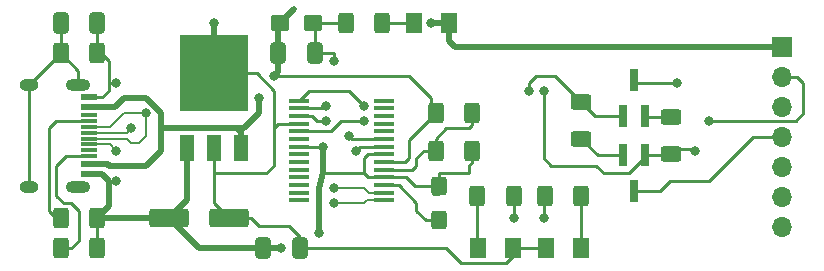
<source format=gbr>
%TF.GenerationSoftware,KiCad,Pcbnew,(6.0.8)*%
%TF.CreationDate,2022-11-25T19:56:47+01:00*%
%TF.ProjectId,esp32-cy7c65213-programmer,65737033-322d-4637-9937-633635323133,rev?*%
%TF.SameCoordinates,Original*%
%TF.FileFunction,Copper,L1,Top*%
%TF.FilePolarity,Positive*%
%FSLAX46Y46*%
G04 Gerber Fmt 4.6, Leading zero omitted, Abs format (unit mm)*
G04 Created by KiCad (PCBNEW (6.0.8)) date 2022-11-25 19:56:47*
%MOMM*%
%LPD*%
G01*
G04 APERTURE LIST*
G04 Aperture macros list*
%AMRoundRect*
0 Rectangle with rounded corners*
0 $1 Rounding radius*
0 $2 $3 $4 $5 $6 $7 $8 $9 X,Y pos of 4 corners*
0 Add a 4 corners polygon primitive as box body*
4,1,4,$2,$3,$4,$5,$6,$7,$8,$9,$2,$3,0*
0 Add four circle primitives for the rounded corners*
1,1,$1+$1,$2,$3*
1,1,$1+$1,$4,$5*
1,1,$1+$1,$6,$7*
1,1,$1+$1,$8,$9*
0 Add four rect primitives between the rounded corners*
20,1,$1+$1,$2,$3,$4,$5,0*
20,1,$1+$1,$4,$5,$6,$7,0*
20,1,$1+$1,$6,$7,$8,$9,0*
20,1,$1+$1,$8,$9,$2,$3,0*%
G04 Aperture macros list end*
%TA.AperFunction,SMDPad,CuDef*%
%ADD10RoundRect,0.250000X0.412500X0.650000X-0.412500X0.650000X-0.412500X-0.650000X0.412500X-0.650000X0*%
%TD*%
%TA.AperFunction,SMDPad,CuDef*%
%ADD11R,0.800000X1.900000*%
%TD*%
%TA.AperFunction,ComponentPad*%
%ADD12R,1.700000X1.700000*%
%TD*%
%TA.AperFunction,ComponentPad*%
%ADD13O,1.700000X1.700000*%
%TD*%
%TA.AperFunction,SMDPad,CuDef*%
%ADD14R,1.200000X2.200000*%
%TD*%
%TA.AperFunction,SMDPad,CuDef*%
%ADD15R,5.800000X6.400000*%
%TD*%
%TA.AperFunction,SMDPad,CuDef*%
%ADD16RoundRect,0.250000X1.412500X0.550000X-1.412500X0.550000X-1.412500X-0.550000X1.412500X-0.550000X0*%
%TD*%
%TA.AperFunction,SMDPad,CuDef*%
%ADD17RoundRect,0.250000X-0.537500X-0.425000X0.537500X-0.425000X0.537500X0.425000X-0.537500X0.425000X0*%
%TD*%
%TA.AperFunction,SMDPad,CuDef*%
%ADD18RoundRect,0.250000X-0.400000X-0.625000X0.400000X-0.625000X0.400000X0.625000X-0.400000X0.625000X0*%
%TD*%
%TA.AperFunction,SMDPad,CuDef*%
%ADD19RoundRect,0.250000X-0.412500X-0.650000X0.412500X-0.650000X0.412500X0.650000X-0.412500X0.650000X0*%
%TD*%
%TA.AperFunction,SMDPad,CuDef*%
%ADD20RoundRect,0.250000X0.400000X0.625000X-0.400000X0.625000X-0.400000X-0.625000X0.400000X-0.625000X0*%
%TD*%
%TA.AperFunction,SMDPad,CuDef*%
%ADD21R,1.450000X0.600000*%
%TD*%
%TA.AperFunction,SMDPad,CuDef*%
%ADD22R,1.450000X0.300000*%
%TD*%
%TA.AperFunction,ComponentPad*%
%ADD23O,2.100000X1.000000*%
%TD*%
%TA.AperFunction,ComponentPad*%
%ADD24O,1.600000X1.000000*%
%TD*%
%TA.AperFunction,SMDPad,CuDef*%
%ADD25RoundRect,0.250001X0.462499X0.624999X-0.462499X0.624999X-0.462499X-0.624999X0.462499X-0.624999X0*%
%TD*%
%TA.AperFunction,SMDPad,CuDef*%
%ADD26RoundRect,0.250000X0.625000X-0.400000X0.625000X0.400000X-0.625000X0.400000X-0.625000X-0.400000X0*%
%TD*%
%TA.AperFunction,SMDPad,CuDef*%
%ADD27RoundRect,0.250000X0.425000X-0.537500X0.425000X0.537500X-0.425000X0.537500X-0.425000X-0.537500X0*%
%TD*%
%TA.AperFunction,SMDPad,CuDef*%
%ADD28RoundRect,0.250001X-0.462499X-0.624999X0.462499X-0.624999X0.462499X0.624999X-0.462499X0.624999X0*%
%TD*%
%TA.AperFunction,SMDPad,CuDef*%
%ADD29R,1.750000X0.450000*%
%TD*%
%TA.AperFunction,SMDPad,CuDef*%
%ADD30RoundRect,0.250000X-0.625000X0.400000X-0.625000X-0.400000X0.625000X-0.400000X0.625000X0.400000X0*%
%TD*%
%TA.AperFunction,ViaPad*%
%ADD31C,0.800000*%
%TD*%
%TA.AperFunction,Conductor*%
%ADD32C,0.250000*%
%TD*%
%TA.AperFunction,Conductor*%
%ADD33C,0.500000*%
%TD*%
%TA.AperFunction,Conductor*%
%ADD34C,0.200000*%
%TD*%
G04 APERTURE END LIST*
D10*
%TO.P,C4,1*%
%TO.N,+3.3V*%
X115862500Y-118110000D03*
%TO.P,C4,2*%
%TO.N,GND*%
X112737500Y-118110000D03*
%TD*%
D11*
%TO.P,Q2,1,E*%
%TO.N,DTR*%
X145095000Y-110260000D03*
%TO.P,Q2,2,B*%
%TO.N,Net-(R10-Pad2)*%
X143195000Y-110260000D03*
%TO.P,Q2,3,C*%
%TO.N,BOOT*%
X144145000Y-113260000D03*
%TD*%
D12*
%TO.P,J2,1,Pin_1*%
%TO.N,+3.3V*%
X156661000Y-101087000D03*
D13*
%TO.P,J2,2,Pin_2*%
%TO.N,RXD*%
X156661000Y-103627000D03*
%TO.P,J2,3,Pin_3*%
%TO.N,TXD*%
X156661000Y-106167000D03*
%TO.P,J2,4,Pin_4*%
%TO.N,BOOT*%
X156661000Y-108707000D03*
%TO.P,J2,5,Pin_5*%
%TO.N,EN*%
X156661000Y-111247000D03*
%TO.P,J2,6,Pin_6*%
%TO.N,VBUS*%
X156661000Y-113787000D03*
%TO.P,J2,7,Pin_7*%
%TO.N,GND*%
X156661000Y-116327000D03*
%TD*%
D14*
%TO.P,U1,1,GND*%
%TO.N,GND*%
X106305000Y-109610000D03*
%TO.P,U1,2,VO*%
%TO.N,+3.3V*%
X108585000Y-109610000D03*
D15*
X108585000Y-103310000D03*
D14*
%TO.P,U1,3,VI*%
%TO.N,VBUS*%
X110865000Y-109610000D03*
%TD*%
D16*
%TO.P,C5,1*%
%TO.N,+3.3V*%
X109852500Y-115570000D03*
%TO.P,C5,2*%
%TO.N,GND*%
X104777500Y-115570000D03*
%TD*%
D17*
%TO.P,C3,1*%
%TO.N,VBUS*%
X114132500Y-99060000D03*
%TO.P,C3,2*%
%TO.N,GND*%
X117007500Y-99060000D03*
%TD*%
D18*
%TO.P,R4,1*%
%TO.N,VBUS*%
X127355000Y-106680000D03*
%TO.P,R4,2*%
%TO.N,Net-(R4-Pad2)*%
X130455000Y-106680000D03*
%TD*%
D19*
%TO.P,C2,1*%
%TO.N,VBUS*%
X114007500Y-101600000D03*
%TO.P,C2,2*%
%TO.N,GND*%
X117132500Y-101600000D03*
%TD*%
D18*
%TO.P,R5,1*%
%TO.N,Net-(R4-Pad2)*%
X127355000Y-109855000D03*
%TO.P,R5,2*%
%TO.N,GND*%
X130455000Y-109855000D03*
%TD*%
D20*
%TO.P,R8,1*%
%TO.N,Net-(D3-Pad1)*%
X122835000Y-99060000D03*
%TO.P,R8,2*%
%TO.N,GND*%
X119735000Y-99060000D03*
%TD*%
D18*
%TO.P,R1,1*%
%TO.N,Net-(C1-Pad1)*%
X95605000Y-101600000D03*
%TO.P,R1,2*%
%TO.N,GND*%
X98705000Y-101600000D03*
%TD*%
%TO.P,R6,1*%
%TO.N,Net-(R6-Pad1)*%
X136600000Y-113665000D03*
%TO.P,R6,2*%
%TO.N,Net-(D1-Pad1)*%
X139700000Y-113665000D03*
%TD*%
D11*
%TO.P,Q1,1,E*%
%TO.N,RTS*%
X143195000Y-106910000D03*
%TO.P,Q1,2,B*%
%TO.N,Net-(Q1-Pad2)*%
X145095000Y-106910000D03*
%TO.P,Q1,3,C*%
%TO.N,EN*%
X144145000Y-103910000D03*
%TD*%
D20*
%TO.P,R7,1*%
%TO.N,Net-(R7-Pad1)*%
X133985000Y-113665000D03*
%TO.P,R7,2*%
%TO.N,Net-(D2-Pad1)*%
X130885000Y-113665000D03*
%TD*%
D18*
%TO.P,R3,1*%
%TO.N,Net-(J1-PadA5)*%
X95605000Y-115570000D03*
%TO.P,R3,2*%
%TO.N,GND*%
X98705000Y-115570000D03*
%TD*%
D21*
%TO.P,J1,A1,GND*%
%TO.N,GND*%
X98025000Y-105335000D03*
%TO.P,J1,A4,VBUS*%
%TO.N,VBUS*%
X98025000Y-106135000D03*
D22*
%TO.P,J1,A5,CC1*%
%TO.N,Net-(J1-PadA5)*%
X98025000Y-107335000D03*
%TO.P,J1,A6,D+*%
%TO.N,D+*%
X98025000Y-108335000D03*
%TO.P,J1,A7,D-*%
%TO.N,D-*%
X98025000Y-108835000D03*
%TO.P,J1,A8,SBU1*%
%TO.N,unconnected-(J1-PadA8)*%
X98025000Y-109835000D03*
D21*
%TO.P,J1,A9,VBUS*%
%TO.N,VBUS*%
X98025000Y-111035000D03*
%TO.P,J1,A12,GND*%
%TO.N,GND*%
X98025000Y-111835000D03*
%TO.P,J1,B1,GND*%
X98025000Y-111835000D03*
%TO.P,J1,B4,VBUS*%
%TO.N,VBUS*%
X98025000Y-111035000D03*
D22*
%TO.P,J1,B5,CC2*%
%TO.N,Net-(J1-PadB5)*%
X98025000Y-110335000D03*
%TO.P,J1,B6,D+*%
%TO.N,D+*%
X98025000Y-109335000D03*
%TO.P,J1,B7,D-*%
%TO.N,D-*%
X98025000Y-107835000D03*
%TO.P,J1,B8,SBU2*%
%TO.N,unconnected-(J1-PadB8)*%
X98025000Y-106835000D03*
D21*
%TO.P,J1,B9,VBUS*%
%TO.N,VBUS*%
X98025000Y-106135000D03*
%TO.P,J1,B12,GND*%
%TO.N,GND*%
X98025000Y-105335000D03*
D23*
%TO.P,J1,S1,SHIELD*%
%TO.N,Net-(C1-Pad1)*%
X97110000Y-112905000D03*
D24*
X92930000Y-112905000D03*
X92930000Y-104265000D03*
D23*
X97110000Y-104265000D03*
%TD*%
D25*
%TO.P,D1,1,K*%
%TO.N,Net-(D1-Pad1)*%
X139637500Y-118110000D03*
%TO.P,D1,2,A*%
%TO.N,+3.3V*%
X136662500Y-118110000D03*
%TD*%
D18*
%TO.P,R2,1*%
%TO.N,Net-(J1-PadB5)*%
X95605000Y-118110000D03*
%TO.P,R2,2*%
%TO.N,GND*%
X98705000Y-118110000D03*
%TD*%
D19*
%TO.P,C1,1*%
%TO.N,Net-(C1-Pad1)*%
X95592500Y-99060000D03*
%TO.P,C1,2*%
%TO.N,GND*%
X98717500Y-99060000D03*
%TD*%
D26*
%TO.P,R9,1*%
%TO.N,DTR*%
X147320000Y-110135000D03*
%TO.P,R9,2*%
%TO.N,Net-(Q1-Pad2)*%
X147320000Y-107035000D03*
%TD*%
D27*
%TO.P,C6,1*%
%TO.N,Net-(C6-Pad1)*%
X127635000Y-115737500D03*
%TO.P,C6,2*%
%TO.N,GND*%
X127635000Y-112862500D03*
%TD*%
D28*
%TO.P,D2,1,K*%
%TO.N,Net-(D2-Pad1)*%
X130947500Y-118110000D03*
%TO.P,D2,2,A*%
%TO.N,+3.3V*%
X133922500Y-118110000D03*
%TD*%
D29*
%TO.P,U2,1,TXD*%
%TO.N,TXD*%
X115780000Y-105630000D03*
%TO.P,U2,2,DTR*%
%TO.N,DTR*%
X115780000Y-106280000D03*
%TO.P,U2,3,RTS*%
%TO.N,RTS*%
X115780000Y-106930000D03*
%TO.P,U2,4,VCCIO*%
%TO.N,+3.3V*%
X115780000Y-107580000D03*
%TO.P,U2,5,RXD*%
%TO.N,RXD*%
X115780000Y-108230000D03*
%TO.P,U2,6,RI*%
%TO.N,unconnected-(U2-Pad6)*%
X115780000Y-108880000D03*
%TO.P,U2,7,GND*%
%TO.N,GND*%
X115780000Y-109530000D03*
%TO.P,U2,8,GPIO5*%
%TO.N,unconnected-(U2-Pad8)*%
X115780000Y-110180000D03*
%TO.P,U2,9,DSR*%
%TO.N,unconnected-(U2-Pad9)*%
X115780000Y-110830000D03*
%TO.P,U2,10,DCD*%
%TO.N,unconnected-(U2-Pad10)*%
X115780000Y-111480000D03*
%TO.P,U2,11,CTS*%
%TO.N,unconnected-(U2-Pad11)*%
X115780000Y-112130000D03*
%TO.P,U2,12,GPIO4*%
%TO.N,unconnected-(U2-Pad12)*%
X115780000Y-112780000D03*
%TO.P,U2,13,GPIO2*%
%TO.N,unconnected-(U2-Pad13)*%
X115780000Y-113430000D03*
%TO.P,U2,14,GPIO3*%
%TO.N,unconnected-(U2-Pad14)*%
X115780000Y-114080000D03*
%TO.P,U2,15,USBDP*%
%TO.N,D+*%
X122980000Y-114080000D03*
%TO.P,U2,16,USBDM*%
%TO.N,D-*%
X122980000Y-113430000D03*
%TO.P,U2,17,VCCD*%
%TO.N,Net-(C6-Pad1)*%
X122980000Y-112780000D03*
%TO.P,U2,18,GND*%
%TO.N,GND*%
X122980000Y-112130000D03*
%TO.P,U2,19,~{RESET}*%
%TO.N,Net-(R4-Pad2)*%
X122980000Y-111480000D03*
%TO.P,U2,20,VCC*%
%TO.N,VBUS*%
X122980000Y-110830000D03*
%TO.P,U2,21,GND*%
%TO.N,GND*%
X122980000Y-110180000D03*
%TO.P,U2,22,GPIO1*%
%TO.N,Net-(R6-Pad1)*%
X122980000Y-109530000D03*
%TO.P,U2,23,GPIO0*%
%TO.N,Net-(R7-Pad1)*%
X122980000Y-108880000D03*
%TO.P,U2,24,NC*%
%TO.N,unconnected-(U2-Pad24)*%
X122980000Y-108230000D03*
%TO.P,U2,25,NC*%
%TO.N,unconnected-(U2-Pad25)*%
X122980000Y-107580000D03*
%TO.P,U2,26,DNU*%
%TO.N,unconnected-(U2-Pad26)*%
X122980000Y-106930000D03*
%TO.P,U2,27,GPIO6*%
%TO.N,unconnected-(U2-Pad27)*%
X122980000Y-106280000D03*
%TO.P,U2,28,GPIO7*%
%TO.N,unconnected-(U2-Pad28)*%
X122980000Y-105630000D03*
%TD*%
D28*
%TO.P,D3,1,K*%
%TO.N,Net-(D3-Pad1)*%
X125512500Y-99060000D03*
%TO.P,D3,2,A*%
%TO.N,+3.3V*%
X128487500Y-99060000D03*
%TD*%
D30*
%TO.P,R10,1*%
%TO.N,RTS*%
X139700000Y-105765000D03*
%TO.P,R10,2*%
%TO.N,Net-(R10-Pad2)*%
X139700000Y-108865000D03*
%TD*%
D31*
%TO.N,GND*%
X100330000Y-112395000D03*
X118745000Y-102235000D03*
X114300000Y-118110000D03*
X100330000Y-104140000D03*
X117475000Y-116840000D03*
X117785000Y-109530000D03*
%TO.N,VBUS*%
X112395000Y-105410000D03*
X113665000Y-103505000D03*
%TO.N,+3.3V*%
X108585000Y-99060000D03*
X127000000Y-99060000D03*
%TO.N,D+*%
X100330000Y-109855000D03*
X118745000Y-114300000D03*
X101600000Y-107950000D03*
%TO.N,D-*%
X118745000Y-113030000D03*
X102870000Y-106680000D03*
%TO.N,RXD*%
X150495000Y-107325000D03*
X121285000Y-107315000D03*
%TO.N,EN*%
X147828000Y-104140000D03*
%TO.N,TXD*%
X121285000Y-106045000D03*
%TO.N,RTS*%
X118110000Y-107315000D03*
X135255000Y-104775000D03*
%TO.N,DTR*%
X118110000Y-106045000D03*
X149352000Y-109855000D03*
X136525000Y-104775000D03*
%TO.N,Net-(R6-Pad1)*%
X120650000Y-109855000D03*
X136525000Y-115570000D03*
%TO.N,Net-(R7-Pad1)*%
X120015000Y-108585000D03*
X133985000Y-115570000D03*
%TD*%
D32*
%TO.N,BOOT*%
X144145000Y-113260000D02*
X146365000Y-113260000D01*
X146365000Y-113260000D02*
X147230000Y-112395000D01*
%TO.N,DTR*%
X136525000Y-104775000D02*
X136525000Y-110490000D01*
X136525000Y-110490000D02*
X137160000Y-111125000D01*
X145095000Y-110429000D02*
X145095000Y-110260000D01*
X137160000Y-111125000D02*
X140970000Y-111125000D01*
X140970000Y-111125000D02*
X141605000Y-111760000D01*
X141605000Y-111760000D02*
X143764000Y-111760000D01*
X143764000Y-111760000D02*
X145095000Y-110429000D01*
X145095000Y-110260000D02*
X147195000Y-110260000D01*
X147195000Y-110260000D02*
X147320000Y-110135000D01*
%TO.N,Net-(C1-Pad1)*%
X95605000Y-101600000D02*
X95595000Y-101600000D01*
X95605000Y-101600000D02*
X97110000Y-103105000D01*
X95592500Y-99060000D02*
X95592500Y-101587500D01*
X97110000Y-112905000D02*
X97110000Y-112985000D01*
X95595000Y-101600000D02*
X92930000Y-104265000D01*
X97110000Y-103105000D02*
X97110000Y-104265000D01*
X97110000Y-112985000D02*
X97155000Y-113030000D01*
X95592500Y-101587500D02*
X95605000Y-101600000D01*
X92930000Y-112905000D02*
X92930000Y-104265000D01*
%TO.N,GND*%
X99695000Y-104775000D02*
X99695000Y-102235000D01*
D33*
X104777500Y-115570000D02*
X106305000Y-114042500D01*
D32*
X119735000Y-99060000D02*
X117007500Y-99060000D01*
X130175000Y-111760000D02*
X127635000Y-111760000D01*
X121285000Y-110490000D02*
X121595000Y-110180000D01*
D33*
X99695000Y-114580000D02*
X99695000Y-112395000D01*
D32*
X118745000Y-101600000D02*
X117132500Y-101600000D01*
X127635000Y-111760000D02*
X127635000Y-112862500D01*
X127635000Y-113497500D02*
X127635000Y-112395000D01*
X127635000Y-113497500D02*
X127167500Y-113497500D01*
D33*
X117475000Y-113030000D02*
X117856000Y-111760000D01*
D32*
X125562500Y-112862500D02*
X127635000Y-112862500D01*
X99135000Y-105335000D02*
X99695000Y-104775000D01*
D33*
X106305000Y-114042500D02*
X106305000Y-109610000D01*
D32*
X99060000Y-101600000D02*
X98705000Y-101600000D01*
X130455000Y-110845000D02*
X130455000Y-109855000D01*
X117132500Y-101600000D02*
X117132500Y-99185000D01*
X117132500Y-99185000D02*
X117007500Y-99060000D01*
D33*
X98025000Y-111835000D02*
X99135000Y-111835000D01*
D32*
X99695000Y-102235000D02*
X99060000Y-101600000D01*
D33*
X99135000Y-111835000D02*
X99695000Y-112395000D01*
D32*
X118745000Y-102235000D02*
X118745000Y-101600000D01*
X130175000Y-111125000D02*
X130175000Y-111760000D01*
D33*
X117856000Y-111760000D02*
X117856000Y-109601000D01*
D32*
X122980000Y-112130000D02*
X121655000Y-112130000D01*
X124830000Y-112130000D02*
X122980000Y-112130000D01*
X121595000Y-110180000D02*
X122980000Y-110180000D01*
X98705000Y-99072500D02*
X98717500Y-99060000D01*
X121655000Y-112130000D02*
X121285000Y-111760000D01*
D33*
X107317500Y-118110000D02*
X104777500Y-115570000D01*
X98705000Y-115570000D02*
X99695000Y-114580000D01*
D32*
X98705000Y-115570000D02*
X98705000Y-118110000D01*
X99695000Y-112395000D02*
X100330000Y-112395000D01*
X130455000Y-110845000D02*
X130175000Y-111125000D01*
X121285000Y-111760000D02*
X121285000Y-110490000D01*
D33*
X98705000Y-115570000D02*
X104777500Y-115570000D01*
D32*
X115780000Y-109530000D02*
X117785000Y-109530000D01*
X98705000Y-101600000D02*
X98705000Y-99072500D01*
X124830000Y-112130000D02*
X125562500Y-112862500D01*
D33*
X112737500Y-118110000D02*
X114300000Y-118110000D01*
D32*
X117856000Y-111760000D02*
X121285000Y-111760000D01*
D33*
X112737500Y-118110000D02*
X107317500Y-118110000D01*
D32*
X100330000Y-104140000D02*
X99695000Y-104140000D01*
X98025000Y-105335000D02*
X99135000Y-105335000D01*
X117856000Y-109601000D02*
X117785000Y-109530000D01*
D33*
X117475000Y-116840000D02*
X117475000Y-113030000D01*
%TO.N,VBUS*%
X102870000Y-111125000D02*
X99695000Y-111125000D01*
X98025000Y-106135000D02*
X100240000Y-106135000D01*
D32*
X127355000Y-106680000D02*
X125095000Y-108940000D01*
D33*
X110865000Y-108325000D02*
X110865000Y-109610000D01*
X113715000Y-103505000D02*
X114007500Y-103212500D01*
D32*
X124755000Y-110830000D02*
X122980000Y-110830000D01*
X114007500Y-99185000D02*
X114132500Y-99060000D01*
D33*
X100965000Y-105410000D02*
X102870000Y-105410000D01*
X112395000Y-106680000D02*
X112395000Y-105410000D01*
X99695000Y-111125000D02*
X99605000Y-111035000D01*
D32*
X110735000Y-109610000D02*
X110865000Y-109610000D01*
X113665000Y-103505000D02*
X113715000Y-103505000D01*
D33*
X102870000Y-105410000D02*
X104140000Y-106680000D01*
D32*
X127000000Y-105410000D02*
X125095000Y-103505000D01*
D33*
X111125000Y-107950000D02*
X112395000Y-106680000D01*
D32*
X125095000Y-110490000D02*
X124755000Y-110830000D01*
X127000000Y-106325000D02*
X127000000Y-105410000D01*
D33*
X114007500Y-103212500D02*
X114007500Y-101600000D01*
X104140000Y-106680000D02*
X104140000Y-107950000D01*
D32*
X125095000Y-103505000D02*
X113665000Y-103505000D01*
X125095000Y-108940000D02*
X125095000Y-110490000D01*
D33*
X110490000Y-107950000D02*
X111125000Y-107950000D01*
D32*
X127355000Y-106680000D02*
X127000000Y-106325000D01*
D33*
X104140000Y-107950000D02*
X104140000Y-109855000D01*
X110490000Y-107950000D02*
X104140000Y-107950000D01*
X99605000Y-111035000D02*
X98025000Y-111035000D01*
X110490000Y-107950000D02*
X110865000Y-108325000D01*
D32*
X110490000Y-109855000D02*
X110735000Y-109610000D01*
D33*
X104140000Y-109855000D02*
X102870000Y-111125000D01*
X115332500Y-97860000D02*
X114132500Y-99060000D01*
X100240000Y-106135000D02*
X100965000Y-105410000D01*
X114007500Y-101600000D02*
X114007500Y-99185000D01*
D32*
%TO.N,+3.3V*%
X108585000Y-111760000D02*
X113030000Y-111760000D01*
X115862500Y-117132500D02*
X115862500Y-118110000D01*
X136662500Y-118110000D02*
X133922500Y-118110000D01*
X108585000Y-103310000D02*
X112200000Y-103310000D01*
X113665000Y-107950000D02*
X114035000Y-107580000D01*
X114935000Y-116205000D02*
X115862500Y-117132500D01*
D33*
X129032000Y-101092000D02*
X156661000Y-101087000D01*
X127000000Y-99060000D02*
X128487500Y-99060000D01*
D32*
X114035000Y-107580000D02*
X115780000Y-107580000D01*
X108585000Y-109610000D02*
X108585000Y-111760000D01*
X133922500Y-118807500D02*
X133922500Y-118110000D01*
X129540000Y-119380000D02*
X133350000Y-119380000D01*
X113665000Y-104775000D02*
X113665000Y-107950000D01*
X113665000Y-111125000D02*
X113665000Y-107950000D01*
X112395000Y-116205000D02*
X114935000Y-116205000D01*
X108585000Y-114302500D02*
X109852500Y-115570000D01*
X133350000Y-119380000D02*
X133922500Y-118807500D01*
D33*
X128487500Y-99060000D02*
X128524000Y-100584000D01*
D32*
X109852500Y-115570000D02*
X111760000Y-115570000D01*
X111760000Y-115570000D02*
X112395000Y-116205000D01*
D33*
X128524000Y-100584000D02*
X129032000Y-101092000D01*
D32*
X128270000Y-118110000D02*
X129540000Y-119380000D01*
X108585000Y-111760000D02*
X108585000Y-114302500D01*
X113030000Y-111760000D02*
X113665000Y-111125000D01*
D33*
X108585000Y-103310000D02*
X108585000Y-99060000D01*
D32*
X115862500Y-118110000D02*
X128270000Y-118110000D01*
X112200000Y-103310000D02*
X113665000Y-104775000D01*
%TO.N,Net-(C6-Pad1)*%
X127635000Y-115737500D02*
X126532500Y-115737500D01*
X124210000Y-112780000D02*
X122980000Y-112780000D01*
X125730000Y-114300000D02*
X124210000Y-112780000D01*
X126532500Y-115737500D02*
X125730000Y-114935000D01*
X125730000Y-114935000D02*
X125730000Y-114300000D01*
%TO.N,Net-(D1-Pad1)*%
X139637500Y-113727500D02*
X139700000Y-113665000D01*
X139637500Y-118110000D02*
X139637500Y-113727500D01*
%TO.N,Net-(D2-Pad1)*%
X130885000Y-113665000D02*
X130885000Y-118047500D01*
X130885000Y-118047500D02*
X130947500Y-118110000D01*
%TO.N,Net-(D3-Pad1)*%
X125512500Y-99060000D02*
X122835000Y-99060000D01*
%TO.N,Net-(J1-PadA5)*%
X95230000Y-107335000D02*
X98025000Y-107335000D01*
X94615000Y-114935000D02*
X94615000Y-107950000D01*
X95605000Y-115570000D02*
X95250000Y-115570000D01*
X94615000Y-107950000D02*
X95230000Y-107335000D01*
X95250000Y-115570000D02*
X94615000Y-114935000D01*
D34*
%TO.N,D+*%
X101215000Y-108335000D02*
X101600000Y-107950000D01*
X121505000Y-114080000D02*
X122980000Y-114080000D01*
X98025000Y-108335000D02*
X101215000Y-108335000D01*
X118745000Y-114300000D02*
X121285000Y-114300000D01*
X121285000Y-114300000D02*
X121505000Y-114080000D01*
X99810000Y-109335000D02*
X100330000Y-109855000D01*
X98025000Y-109335000D02*
X99810000Y-109335000D01*
%TO.N,D-*%
X100965000Y-106680000D02*
X99810000Y-107835000D01*
X118745000Y-113030000D02*
X121285000Y-113030000D01*
X102870000Y-106680000D02*
X102870000Y-108585000D01*
X102870000Y-106680000D02*
X100965000Y-106680000D01*
X102870000Y-108585000D02*
X102235000Y-109220000D01*
X99810000Y-107835000D02*
X98025000Y-107835000D01*
X101215000Y-108835000D02*
X98025000Y-108835000D01*
X101600000Y-109220000D02*
X101215000Y-108835000D01*
X102235000Y-109220000D02*
X101600000Y-109220000D01*
X121685000Y-113430000D02*
X122980000Y-113430000D01*
X121285000Y-113030000D02*
X121685000Y-113430000D01*
D32*
%TO.N,Net-(J1-PadB5)*%
X96040000Y-110335000D02*
X98025000Y-110335000D01*
X96520000Y-118110000D02*
X97155000Y-117475000D01*
X95605000Y-118110000D02*
X96520000Y-118110000D01*
X95250000Y-111125000D02*
X96040000Y-110335000D01*
X96520000Y-114300000D02*
X95885000Y-114300000D01*
X97155000Y-114935000D02*
X96520000Y-114300000D01*
X95250000Y-113665000D02*
X95250000Y-111125000D01*
X95885000Y-114300000D02*
X95250000Y-113665000D01*
X97155000Y-117475000D02*
X97155000Y-114935000D01*
%TO.N,RXD*%
X158496000Y-106680000D02*
X158496000Y-104140000D01*
X150495000Y-107325000D02*
X150512000Y-107342000D01*
X119380000Y-107315000D02*
X121285000Y-107315000D01*
X118465000Y-108230000D02*
X115780000Y-108230000D01*
X158496000Y-104140000D02*
X157983000Y-103627000D01*
X150512000Y-107342000D02*
X157834000Y-107342000D01*
X118465000Y-108230000D02*
X119380000Y-107315000D01*
X157983000Y-103627000D02*
X156661000Y-103627000D01*
X157834000Y-107342000D02*
X158496000Y-106680000D01*
%TO.N,EN*%
X156661000Y-111247000D02*
X156469000Y-111247000D01*
X144272000Y-104140000D02*
X147828000Y-104140000D01*
X144145000Y-104013000D02*
X144272000Y-104140000D01*
X144145000Y-103910000D02*
X144145000Y-104013000D01*
X156469000Y-111247000D02*
X156464000Y-111252000D01*
%TO.N,TXD*%
X121285000Y-106045000D02*
X120015000Y-104775000D01*
X120015000Y-104775000D02*
X116635000Y-104775000D01*
X116635000Y-104775000D02*
X115780000Y-105630000D01*
%TO.N,BOOT*%
X154183000Y-108707000D02*
X156661000Y-108707000D01*
X150495000Y-112395000D02*
X154183000Y-108707000D01*
X147230000Y-112395000D02*
X150495000Y-112395000D01*
%TO.N,RTS*%
X115780000Y-106930000D02*
X116905000Y-106930000D01*
X135255000Y-104140000D02*
X135890000Y-103505000D01*
X116905000Y-106930000D02*
X117290000Y-107315000D01*
X143195000Y-106910000D02*
X140845000Y-106910000D01*
X117290000Y-107315000D02*
X118110000Y-107315000D01*
X135890000Y-103505000D02*
X137440000Y-103505000D01*
X135255000Y-104775000D02*
X135255000Y-104140000D01*
X137440000Y-103505000D02*
X139700000Y-105765000D01*
X140845000Y-106910000D02*
X139700000Y-105765000D01*
%TO.N,Net-(Q1-Pad2)*%
X145220000Y-107035000D02*
X145095000Y-106910000D01*
X147320000Y-107035000D02*
X145220000Y-107035000D01*
%TO.N,Net-(R10-Pad2)*%
X141095000Y-110260000D02*
X143195000Y-110260000D01*
X139700000Y-108865000D02*
X141095000Y-110260000D01*
%TO.N,DTR*%
X147320000Y-109728000D02*
X149225000Y-109728000D01*
X149225000Y-109728000D02*
X149352000Y-109855000D01*
X117875000Y-106280000D02*
X118110000Y-106045000D01*
X147320000Y-110135000D02*
X147320000Y-109728000D01*
X115780000Y-106280000D02*
X117875000Y-106280000D01*
%TO.N,Net-(R4-Pad2)*%
X125375000Y-111480000D02*
X122980000Y-111480000D01*
X125730000Y-110490000D02*
X125730000Y-111125000D01*
X127355000Y-109855000D02*
X126365000Y-109855000D01*
X127355000Y-108865000D02*
X127355000Y-109855000D01*
X126365000Y-109855000D02*
X125730000Y-110490000D01*
X130455000Y-107670000D02*
X130175000Y-107950000D01*
X128270000Y-107950000D02*
X127355000Y-108865000D01*
X130455000Y-106680000D02*
X130455000Y-107670000D01*
X125730000Y-111125000D02*
X125375000Y-111480000D01*
X130175000Y-107950000D02*
X128270000Y-107950000D01*
%TO.N,Net-(R6-Pad1)*%
X122980000Y-109530000D02*
X120975000Y-109530000D01*
X136525000Y-113740000D02*
X136525000Y-115570000D01*
X136600000Y-113665000D02*
X136525000Y-113740000D01*
X120975000Y-109530000D02*
X120650000Y-109855000D01*
%TO.N,Net-(R7-Pad1)*%
X133985000Y-113665000D02*
X133985000Y-115570000D01*
X120310000Y-108880000D02*
X120015000Y-108585000D01*
X122980000Y-108880000D02*
X120310000Y-108880000D01*
%TD*%
M02*

</source>
